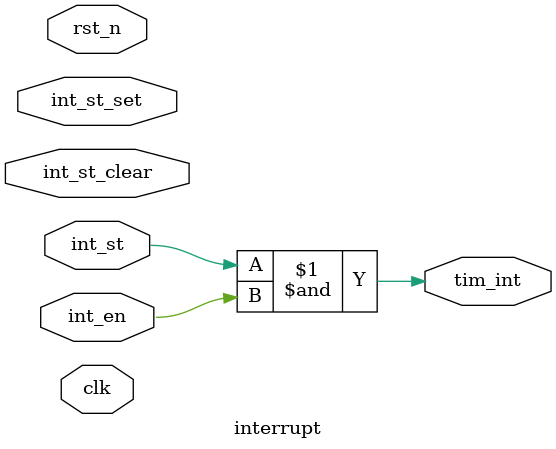
<source format=v>
module interrupt(
	input wire clk,
	input wire rst_n,
	input wire int_st_set,
	input wire int_st_clear,
	input wire int_en,
	input wire int_st,
	output wire tim_int
);

//always @(*)begin
//	if(!rst_n)
//		tim_int = 0;
//	else if (!int_en)
//		tim_int = 0;
//	else if (int_st_clear)
//		tim_int = 0;
//	else if (int_st_set)
//		tim_int = 1;
//end
//
assign tim_int = int_st & int_en;
endmodule

</source>
